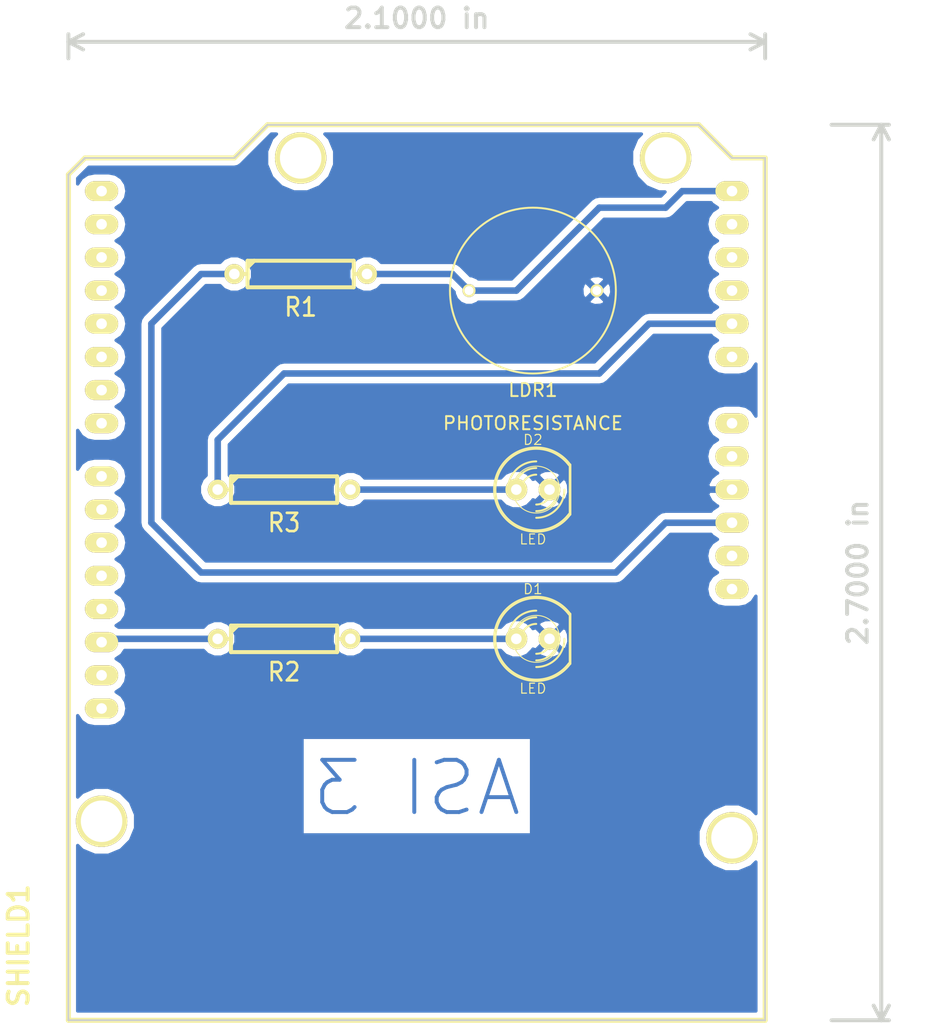
<source format=kicad_pcb>
(kicad_pcb (version 3) (host pcbnew "(2013-04-19 BZR 4011)-stable")

  (general
    (links 10)
    (no_connects 0)
    (area 128.3716 88.590001 203.579999 168.469733)
    (thickness 1.6)
    (drawings 12)
    (tracks 23)
    (zones 0)
    (modules 7)
    (nets 8)
  )

  (page A3)
  (layers
    (15 Dessus.Cu signal)
    (0 Dessous.Cu signal)
    (16 Dessous.Adhes user)
    (17 Dessus.Adhes user)
    (18 Dessous.Pate user)
    (19 Dessus.Pate user)
    (20 Dessous.SilkS user)
    (21 Dessus.SilkS user)
    (22 Dessous.Masque user)
    (23 Dessus.Masque user)
    (24 Dessin.User user)
    (25 Cmts.User user)
    (26 Eco1.User user)
    (27 Eco2.User user)
    (28 Contours.Ci user)
  )

  (setup
    (last_trace_width 0.5)
    (trace_clearance 0.254)
    (zone_clearance 0.508)
    (zone_45_only no)
    (trace_min 0.254)
    (segment_width 0.2)
    (edge_width 0.15)
    (via_size 0.889)
    (via_drill 0.635)
    (via_min_size 0.889)
    (via_min_drill 0.508)
    (uvia_size 0.508)
    (uvia_drill 0.127)
    (uvias_allowed no)
    (uvia_min_size 0.508)
    (uvia_min_drill 0.127)
    (pcb_text_width 0.3)
    (pcb_text_size 1.5 1.5)
    (mod_edge_width 0.15)
    (mod_text_size 1.5 1.5)
    (mod_text_width 0.15)
    (pad_size 1.524 1.524)
    (pad_drill 0.762)
    (pad_to_mask_clearance 0.2)
    (aux_axis_origin 0 0)
    (visible_elements 7FFFFFFF)
    (pcbplotparams
      (layerselection 3178497)
      (usegerberextensions true)
      (excludeedgelayer true)
      (linewidth 100000)
      (plotframeref false)
      (viasonmask false)
      (mode 1)
      (useauxorigin false)
      (hpglpennumber 1)
      (hpglpenspeed 20)
      (hpglpendiameter 15)
      (hpglpenoverlay 2)
      (psnegative false)
      (psa4output false)
      (plotreference true)
      (plotvalue true)
      (plotothertext true)
      (plotinvisibletext false)
      (padsonsilk false)
      (subtractmaskfromsilk false)
      (outputformat 1)
      (mirror false)
      (drillshape 1)
      (scaleselection 1)
      (outputdirectory ""))
  )

  (net 0 "")
  (net 1 N-000001)
  (net 2 N-000002)
  (net 3 N-000003)
  (net 4 N-000004)
  (net 5 N-000005)
  (net 6 N-000006)
  (net 7 N-000007)

  (net_class Default "Ceci est la Netclass par défaut"
    (clearance 0.254)
    (trace_width 0.5)
    (via_dia 0.889)
    (via_drill 0.635)
    (uvia_dia 0.508)
    (uvia_drill 0.127)
    (add_net "")
    (add_net N-000001)
    (add_net N-000002)
    (add_net N-000003)
    (add_net N-000004)
    (add_net N-000005)
    (add_net N-000006)
    (add_net N-000007)
  )

  (module R4 (layer Dessus.Cu) (tedit 52867DB9) (tstamp 526FC32B)
    (at 151.13 109.22)
    (descr "Resitance 4 pas")
    (tags R)
    (path /52470416)
    (autoplace_cost180 10)
    (fp_text reference R1 (at 0 2.54) (layer Dessus.SilkS)
      (effects (font (size 1.397 1.27) (thickness 0.2032)))
    )
    (fp_text value R (at 0 0) (layer Dessus.SilkS) hide
      (effects (font (size 1.397 1.27) (thickness 0.2032)))
    )
    (fp_line (start -5.08 0) (end -4.064 0) (layer Dessus.SilkS) (width 0.3048))
    (fp_line (start -4.064 0) (end -4.064 -1.016) (layer Dessus.SilkS) (width 0.3048))
    (fp_line (start -4.064 -1.016) (end 4.064 -1.016) (layer Dessus.SilkS) (width 0.3048))
    (fp_line (start 4.064 -1.016) (end 4.064 1.016) (layer Dessus.SilkS) (width 0.3048))
    (fp_line (start 4.064 1.016) (end -4.064 1.016) (layer Dessus.SilkS) (width 0.3048))
    (fp_line (start -4.064 1.016) (end -4.064 0) (layer Dessus.SilkS) (width 0.3048))
    (fp_line (start -4.064 -0.508) (end -3.556 -1.016) (layer Dessus.SilkS) (width 0.3048))
    (fp_line (start 5.08 0) (end 4.064 0) (layer Dessus.SilkS) (width 0.3048))
    (pad 1 thru_hole circle (at -5.08 0) (size 1.524 1.524) (drill 0.8128)
      (layers *.Cu *.Mask Dessus.SilkS)
      (net 2 N-000002)
    )
    (pad 2 thru_hole circle (at 5.08 0) (size 1.524 1.524) (drill 0.8128)
      (layers *.Cu *.Mask Dessus.SilkS)
      (net 7 N-000007)
    )
    (model discret/resistor.wrl
      (at (xyz 0 0 0))
      (scale (xyz 0.4 0.4 0.4))
      (rotate (xyz 0 0 0))
    )
  )

  (module R4 (layer Dessus.Cu) (tedit 52867DB1) (tstamp 526FC339)
    (at 149.86 137.16)
    (descr "Resitance 4 pas")
    (tags R)
    (path /5247042D)
    (autoplace_cost180 10)
    (fp_text reference R2 (at 0 2.54) (layer Dessus.SilkS)
      (effects (font (size 1.397 1.27) (thickness 0.2032)))
    )
    (fp_text value R (at 0 0) (layer Dessus.SilkS) hide
      (effects (font (size 1.397 1.27) (thickness 0.2032)))
    )
    (fp_line (start -5.08 0) (end -4.064 0) (layer Dessus.SilkS) (width 0.3048))
    (fp_line (start -4.064 0) (end -4.064 -1.016) (layer Dessus.SilkS) (width 0.3048))
    (fp_line (start -4.064 -1.016) (end 4.064 -1.016) (layer Dessus.SilkS) (width 0.3048))
    (fp_line (start 4.064 -1.016) (end 4.064 1.016) (layer Dessus.SilkS) (width 0.3048))
    (fp_line (start 4.064 1.016) (end -4.064 1.016) (layer Dessus.SilkS) (width 0.3048))
    (fp_line (start -4.064 1.016) (end -4.064 0) (layer Dessus.SilkS) (width 0.3048))
    (fp_line (start -4.064 -0.508) (end -3.556 -1.016) (layer Dessus.SilkS) (width 0.3048))
    (fp_line (start 5.08 0) (end 4.064 0) (layer Dessus.SilkS) (width 0.3048))
    (pad 1 thru_hole circle (at -5.08 0) (size 1.524 1.524) (drill 0.8128)
      (layers *.Cu *.Mask Dessus.SilkS)
      (net 3 N-000003)
    )
    (pad 2 thru_hole circle (at 5.08 0) (size 1.524 1.524) (drill 0.8128)
      (layers *.Cu *.Mask Dessus.SilkS)
      (net 6 N-000006)
    )
    (model discret/resistor.wrl
      (at (xyz 0 0 0))
      (scale (xyz 0.4 0.4 0.4))
      (rotate (xyz 0 0 0))
    )
  )

  (module R4 (layer Dessus.Cu) (tedit 52867DAA) (tstamp 526FC347)
    (at 149.86 125.73)
    (descr "Resitance 4 pas")
    (tags R)
    (path /526FBB3A)
    (autoplace_cost180 10)
    (fp_text reference R3 (at 0 2.54) (layer Dessus.SilkS)
      (effects (font (size 1.397 1.27) (thickness 0.2032)))
    )
    (fp_text value R (at 0 0) (layer Dessus.SilkS) hide
      (effects (font (size 1.397 1.27) (thickness 0.2032)))
    )
    (fp_line (start -5.08 0) (end -4.064 0) (layer Dessus.SilkS) (width 0.3048))
    (fp_line (start -4.064 0) (end -4.064 -1.016) (layer Dessus.SilkS) (width 0.3048))
    (fp_line (start -4.064 -1.016) (end 4.064 -1.016) (layer Dessus.SilkS) (width 0.3048))
    (fp_line (start 4.064 -1.016) (end 4.064 1.016) (layer Dessus.SilkS) (width 0.3048))
    (fp_line (start 4.064 1.016) (end -4.064 1.016) (layer Dessus.SilkS) (width 0.3048))
    (fp_line (start -4.064 1.016) (end -4.064 0) (layer Dessus.SilkS) (width 0.3048))
    (fp_line (start -4.064 -0.508) (end -3.556 -1.016) (layer Dessus.SilkS) (width 0.3048))
    (fp_line (start 5.08 0) (end 4.064 0) (layer Dessus.SilkS) (width 0.3048))
    (pad 1 thru_hole circle (at -5.08 0) (size 1.524 1.524) (drill 0.8128)
      (layers *.Cu *.Mask Dessus.SilkS)
      (net 5 N-000005)
    )
    (pad 2 thru_hole circle (at 5.08 0) (size 1.524 1.524) (drill 0.8128)
      (layers *.Cu *.Mask Dessus.SilkS)
      (net 4 N-000004)
    )
    (model discret/resistor.wrl
      (at (xyz 0 0 0))
      (scale (xyz 0.4 0.4 0.4))
      (rotate (xyz 0 0 0))
    )
  )

  (module Photoresistance (layer Dessus.Cu) (tedit 52471472) (tstamp 526FC34E)
    (at 168.91 114.3)
    (path /52470C96)
    (fp_text reference LDR1 (at 0 3.81) (layer Dessus.SilkS)
      (effects (font (size 1 1) (thickness 0.15)))
    )
    (fp_text value PHOTORESISTANCE (at 0 6.35) (layer Dessus.SilkS)
      (effects (font (size 1 1) (thickness 0.15)))
    )
    (fp_circle (center 0 -3.81) (end 5.08 0) (layer Dessus.SilkS) (width 0.15))
    (pad 1 thru_hole circle (at -4.89 -3.81) (size 1 1) (drill 0.69)
      (layers *.Cu *.Mask Dessus.SilkS)
      (net 7 N-000007)
    )
    (pad 2 thru_hole circle (at 4.89 -3.81) (size 1 1) (drill 0.69)
      (layers *.Cu *.Mask Dessus.SilkS)
      (net 1 N-000001)
    )
  )

  (module LED-5MM (layer Dessus.Cu) (tedit 50ADE86B) (tstamp 526FC35D)
    (at 168.91 137.16)
    (descr "LED 5mm - Lead pitch 100mil (2,54mm)")
    (tags "LED led 5mm 5MM 100mil 2,54mm")
    (path /52470438)
    (fp_text reference D1 (at 0 -3.81) (layer Dessus.SilkS)
      (effects (font (size 0.762 0.762) (thickness 0.0889)))
    )
    (fp_text value LED (at 0 3.81) (layer Dessus.SilkS)
      (effects (font (size 0.762 0.762) (thickness 0.0889)))
    )
    (fp_line (start 2.8448 1.905) (end 2.8448 -1.905) (layer Dessus.SilkS) (width 0.2032))
    (fp_circle (center 0.254 0) (end -1.016 1.27) (layer Dessus.SilkS) (width 0.0762))
    (fp_arc (start 0.254 0) (end 2.794 1.905) (angle 286.2) (layer Dessus.SilkS) (width 0.254))
    (fp_arc (start 0.254 0) (end -0.889 0) (angle 90) (layer Dessus.SilkS) (width 0.1524))
    (fp_arc (start 0.254 0) (end 1.397 0) (angle 90) (layer Dessus.SilkS) (width 0.1524))
    (fp_arc (start 0.254 0) (end -1.397 0) (angle 90) (layer Dessus.SilkS) (width 0.1524))
    (fp_arc (start 0.254 0) (end 1.905 0) (angle 90) (layer Dessus.SilkS) (width 0.1524))
    (fp_arc (start 0.254 0) (end -1.905 0) (angle 90) (layer Dessus.SilkS) (width 0.1524))
    (fp_arc (start 0.254 0) (end 2.413 0) (angle 90) (layer Dessus.SilkS) (width 0.1524))
    (pad 1 thru_hole circle (at -1.27 0) (size 1.6764 1.6764) (drill 0.8128)
      (layers *.Cu *.Mask Dessus.SilkS)
      (net 6 N-000006)
    )
    (pad 2 thru_hole circle (at 1.27 0) (size 1.6764 1.6764) (drill 0.8128)
      (layers *.Cu *.Mask Dessus.SilkS)
      (net 1 N-000001)
    )
    (model discret/leds/led5_vertical_verde.wrl
      (at (xyz 0 0 0))
      (scale (xyz 1 1 1))
      (rotate (xyz 0 0 0))
    )
  )

  (module LED-5MM (layer Dessus.Cu) (tedit 50ADE86B) (tstamp 526FC36C)
    (at 168.91 125.73)
    (descr "LED 5mm - Lead pitch 100mil (2,54mm)")
    (tags "LED led 5mm 5MM 100mil 2,54mm")
    (path /526FBB51)
    (fp_text reference D2 (at 0 -3.81) (layer Dessus.SilkS)
      (effects (font (size 0.762 0.762) (thickness 0.0889)))
    )
    (fp_text value LED (at 0 3.81) (layer Dessus.SilkS)
      (effects (font (size 0.762 0.762) (thickness 0.0889)))
    )
    (fp_line (start 2.8448 1.905) (end 2.8448 -1.905) (layer Dessus.SilkS) (width 0.2032))
    (fp_circle (center 0.254 0) (end -1.016 1.27) (layer Dessus.SilkS) (width 0.0762))
    (fp_arc (start 0.254 0) (end 2.794 1.905) (angle 286.2) (layer Dessus.SilkS) (width 0.254))
    (fp_arc (start 0.254 0) (end -0.889 0) (angle 90) (layer Dessus.SilkS) (width 0.1524))
    (fp_arc (start 0.254 0) (end 1.397 0) (angle 90) (layer Dessus.SilkS) (width 0.1524))
    (fp_arc (start 0.254 0) (end -1.397 0) (angle 90) (layer Dessus.SilkS) (width 0.1524))
    (fp_arc (start 0.254 0) (end 1.905 0) (angle 90) (layer Dessus.SilkS) (width 0.1524))
    (fp_arc (start 0.254 0) (end -1.905 0) (angle 90) (layer Dessus.SilkS) (width 0.1524))
    (fp_arc (start 0.254 0) (end 2.413 0) (angle 90) (layer Dessus.SilkS) (width 0.1524))
    (pad 1 thru_hole circle (at -1.27 0) (size 1.6764 1.6764) (drill 0.8128)
      (layers *.Cu *.Mask Dessus.SilkS)
      (net 4 N-000004)
    )
    (pad 2 thru_hole circle (at 1.27 0) (size 1.6764 1.6764) (drill 0.8128)
      (layers *.Cu *.Mask Dessus.SilkS)
      (net 1 N-000001)
    )
    (model discret/leds/led5_vertical_verde.wrl
      (at (xyz 0 0 0))
      (scale (xyz 1 1 1))
      (rotate (xyz 0 0 0))
    )
  )

  (module ARDUINO_SHIELD (layer Dessus.Cu) (tedit 4D154D8E) (tstamp 526FC399)
    (at 186.69 166.37 90)
    (path /5247036F)
    (fp_text reference SHIELD1 (at 5.715 -57.15 90) (layer Dessus.SilkS)
      (effects (font (size 1.524 1.524) (thickness 0.3048)))
    )
    (fp_text value ARDUINO_SHIELD (at 10.16 -54.61 90) (layer Dessus.SilkS) hide
      (effects (font (size 1.524 1.524) (thickness 0.3048)))
    )
    (fp_line (start 66.04 -40.64) (end 66.04 -52.07) (layer Dessus.SilkS) (width 0.381))
    (fp_line (start 66.04 -52.07) (end 64.77 -53.34) (layer Dessus.SilkS) (width 0.381))
    (fp_line (start 64.77 -53.34) (end 0 -53.34) (layer Dessus.SilkS) (width 0.381))
    (fp_line (start 66.04 0) (end 0 0) (layer Dessus.SilkS) (width 0.381))
    (fp_line (start 0 0) (end 0 -53.34) (layer Dessus.SilkS) (width 0.381))
    (fp_line (start 66.04 -40.64) (end 68.58 -38.1) (layer Dessus.SilkS) (width 0.381))
    (fp_line (start 68.58 -38.1) (end 68.58 -5.08) (layer Dessus.SilkS) (width 0.381))
    (fp_line (start 68.58 -5.08) (end 66.04 -2.54) (layer Dessus.SilkS) (width 0.381))
    (fp_line (start 66.04 -2.54) (end 66.04 0) (layer Dessus.SilkS) (width 0.381))
    (pad AD5 thru_hole oval (at 63.5 -2.54 180) (size 2.54 1.524) (drill 0.8128)
      (layers *.Cu *.Mask Dessus.SilkS)
      (net 7 N-000007)
    )
    (pad AD4 thru_hole oval (at 60.96 -2.54 180) (size 2.54 1.524) (drill 0.8128)
      (layers *.Cu *.Mask Dessus.SilkS)
    )
    (pad AD3 thru_hole oval (at 58.42 -2.54 180) (size 2.54 1.524) (drill 0.8128)
      (layers *.Cu *.Mask Dessus.SilkS)
    )
    (pad AD0 thru_hole oval (at 50.8 -2.54 180) (size 2.54 1.524) (drill 0.8128)
      (layers *.Cu *.Mask Dessus.SilkS)
    )
    (pad AD1 thru_hole oval (at 53.34 -2.54 180) (size 2.54 1.524) (drill 0.8128)
      (layers *.Cu *.Mask Dessus.SilkS)
      (net 5 N-000005)
    )
    (pad AD2 thru_hole oval (at 55.88 -2.54 180) (size 2.54 1.524) (drill 0.8128)
      (layers *.Cu *.Mask Dessus.SilkS)
    )
    (pad V_IN thru_hole oval (at 45.72 -2.54 180) (size 2.54 1.524) (drill 0.8128)
      (layers *.Cu *.Mask Dessus.SilkS)
    )
    (pad GND2 thru_hole oval (at 43.18 -2.54 180) (size 2.54 1.524) (drill 0.8128)
      (layers *.Cu *.Mask Dessus.SilkS)
    )
    (pad GND1 thru_hole oval (at 40.64 -2.54 180) (size 2.54 1.524) (drill 0.8128)
      (layers *.Cu *.Mask Dessus.SilkS)
      (net 1 N-000001)
    )
    (pad 3V3 thru_hole oval (at 35.56 -2.54 180) (size 2.54 1.524) (drill 0.8128)
      (layers *.Cu *.Mask Dessus.SilkS)
    )
    (pad RST thru_hole oval (at 33.02 -2.54 180) (size 2.54 1.524) (drill 0.8128)
      (layers *.Cu *.Mask Dessus.SilkS)
    )
    (pad 0 thru_hole oval (at 63.5 -50.8 180) (size 2.54 1.524) (drill 0.8128)
      (layers *.Cu *.Mask Dessus.SilkS)
    )
    (pad 1 thru_hole oval (at 60.96 -50.8 180) (size 2.54 1.524) (drill 0.8128)
      (layers *.Cu *.Mask Dessus.SilkS)
    )
    (pad 2 thru_hole oval (at 58.42 -50.8 180) (size 2.54 1.524) (drill 0.8128)
      (layers *.Cu *.Mask Dessus.SilkS)
    )
    (pad 3 thru_hole oval (at 55.88 -50.8 180) (size 2.54 1.524) (drill 0.8128)
      (layers *.Cu *.Mask Dessus.SilkS)
    )
    (pad 4 thru_hole oval (at 53.34 -50.8 180) (size 2.54 1.524) (drill 0.8128)
      (layers *.Cu *.Mask Dessus.SilkS)
    )
    (pad 5 thru_hole oval (at 50.8 -50.8 180) (size 2.54 1.524) (drill 0.8128)
      (layers *.Cu *.Mask Dessus.SilkS)
    )
    (pad 6 thru_hole oval (at 48.26 -50.8 180) (size 2.54 1.524) (drill 0.8128)
      (layers *.Cu *.Mask Dessus.SilkS)
    )
    (pad 7 thru_hole oval (at 45.72 -50.8 180) (size 2.54 1.524) (drill 0.8128)
      (layers *.Cu *.Mask Dessus.SilkS)
    )
    (pad 8 thru_hole oval (at 41.656 -50.8 180) (size 2.54 1.524) (drill 0.8128)
      (layers *.Cu *.Mask Dessus.SilkS)
    )
    (pad 9 thru_hole oval (at 39.116 -50.8 180) (size 2.54 1.524) (drill 0.8128)
      (layers *.Cu *.Mask Dessus.SilkS)
    )
    (pad 10 thru_hole oval (at 36.576 -50.8 180) (size 2.54 1.524) (drill 0.8128)
      (layers *.Cu *.Mask Dessus.SilkS)
    )
    (pad 11 thru_hole oval (at 34.036 -50.8 180) (size 2.54 1.524) (drill 0.8128)
      (layers *.Cu *.Mask Dessus.SilkS)
    )
    (pad 12 thru_hole oval (at 31.496 -50.8 180) (size 2.54 1.524) (drill 0.8128)
      (layers *.Cu *.Mask Dessus.SilkS)
    )
    (pad 13 thru_hole oval (at 28.956 -50.8 180) (size 2.54 1.524) (drill 0.8128)
      (layers *.Cu *.Mask Dessus.SilkS)
      (net 3 N-000003)
    )
    (pad GND3 thru_hole oval (at 26.416 -50.8 180) (size 2.54 1.524) (drill 0.8128)
      (layers *.Cu *.Mask Dessus.SilkS)
    )
    (pad AREF thru_hole oval (at 23.876 -50.8 180) (size 2.54 1.524) (drill 0.8128)
      (layers *.Cu *.Mask Dessus.SilkS)
    )
    (pad 5V thru_hole oval (at 38.1 -2.54 180) (size 2.54 1.524) (drill 0.8128)
      (layers *.Cu *.Mask Dessus.SilkS)
      (net 2 N-000002)
    )
    (pad "" thru_hole circle (at 66.04 -7.62 180) (size 3.937 3.937) (drill 3.175)
      (layers *.Cu *.Mask Dessus.SilkS)
    )
    (pad "" thru_hole circle (at 66.04 -35.56 180) (size 3.937 3.937) (drill 3.175)
      (layers *.Cu *.Mask Dessus.SilkS)
    )
    (pad "" thru_hole circle (at 15.24 -50.8 180) (size 3.937 3.937) (drill 3.175)
      (layers *.Cu *.Mask Dessus.SilkS)
    )
    (pad "" thru_hole circle (at 13.97 -2.54 180) (size 3.937 3.937) (drill 3.175)
      (layers *.Cu *.Mask Dessus.SilkS)
    )
  )

  (gr_text "ASI 3" (at 160.02 148.59) (layer Dessous.Cu)
    (effects (font (size 4 4) (thickness 0.3)) (justify mirror))
  )
  (dimension 68.58 (width 0.3) (layer Contours.Ci)
    (gr_text "68,580 mm" (at 196.929999 132.08 270) (layer Contours.Ci)
      (effects (font (size 1.5 1.5) (thickness 0.3)))
    )
    (feature1 (pts (xy 191.77 166.37) (xy 198.279999 166.37)))
    (feature2 (pts (xy 191.77 97.79) (xy 198.279999 97.79)))
    (crossbar (pts (xy 195.579999 97.79) (xy 195.579999 166.37)))
    (arrow1a (pts (xy 195.579999 166.37) (xy 194.993579 165.243497)))
    (arrow1b (pts (xy 195.579999 166.37) (xy 196.166419 165.243497)))
    (arrow2a (pts (xy 195.579999 97.79) (xy 194.993579 98.916503)))
    (arrow2b (pts (xy 195.579999 97.79) (xy 196.166419 98.916503)))
  )
  (dimension 53.34 (width 0.3) (layer Contours.Ci)
    (gr_text "53,340 mm" (at 160.02 90.090001) (layer Contours.Ci)
      (effects (font (size 1.5 1.5) (thickness 0.3)))
    )
    (feature1 (pts (xy 186.69 92.71) (xy 186.69 88.740001)))
    (feature2 (pts (xy 133.35 92.71) (xy 133.35 88.740001)))
    (crossbar (pts (xy 133.35 91.440001) (xy 186.69 91.440001)))
    (arrow1a (pts (xy 186.69 91.440001) (xy 185.563497 92.026421)))
    (arrow1b (pts (xy 186.69 91.440001) (xy 185.563497 90.853581)))
    (arrow2a (pts (xy 133.35 91.440001) (xy 134.476503 92.026421)))
    (arrow2b (pts (xy 133.35 91.440001) (xy 134.476503 90.853581)))
  )
  (gr_line (start 133.35 101.6) (end 134.62 100.33) (angle 90) (layer Contours.Ci) (width 0.15))
  (gr_line (start 133.35 166.37) (end 133.35 101.6) (angle 90) (layer Contours.Ci) (width 0.15))
  (gr_line (start 186.69 166.37) (end 133.35 166.37) (angle 90) (layer Contours.Ci) (width 0.15))
  (gr_line (start 186.69 100.33) (end 186.69 166.37) (angle 90) (layer Contours.Ci) (width 0.15))
  (gr_line (start 184.15 100.33) (end 186.69 100.33) (angle 90) (layer Contours.Ci) (width 0.15))
  (gr_line (start 181.61 97.79) (end 184.15 100.33) (angle 90) (layer Contours.Ci) (width 0.15))
  (gr_line (start 148.59 97.79) (end 181.61 97.79) (angle 90) (layer Contours.Ci) (width 0.15))
  (gr_line (start 146.05 100.33) (end 148.59 97.79) (angle 90) (layer Contours.Ci) (width 0.15))
  (gr_line (start 134.62 100.33) (end 146.05 100.33) (angle 90) (layer Contours.Ci) (width 0.15))

  (segment (start 146.05 109.22) (end 143.51 109.22) (width 0.5) (layer Dessous.Cu) (net 2))
  (segment (start 143.51 109.22) (end 139.7 113.03) (width 0.5) (layer Dessous.Cu) (net 2) (tstamp 52867CB1))
  (segment (start 139.7 113.03) (end 139.7 128.27) (width 0.5) (layer Dessous.Cu) (net 2) (tstamp 52867CB7))
  (segment (start 139.7 128.27) (end 143.51 132.08) (width 0.5) (layer Dessous.Cu) (net 2) (tstamp 52867CB9))
  (segment (start 143.51 132.08) (end 175.26 132.08) (width 0.5) (layer Dessous.Cu) (net 2) (tstamp 52867CBC))
  (segment (start 175.26 132.08) (end 179.07 128.27) (width 0.5) (layer Dessous.Cu) (net 2) (tstamp 52867CBE))
  (segment (start 179.07 128.27) (end 184.15 128.27) (width 0.5) (layer Dessous.Cu) (net 2) (tstamp 52867CC0))
  (segment (start 144.78 137.16) (end 136.144 137.16) (width 0.5) (layer Dessous.Cu) (net 3))
  (segment (start 136.144 137.16) (end 135.89 137.414) (width 0.5) (layer Dessous.Cu) (net 3) (tstamp 526FC424))
  (segment (start 154.94 125.73) (end 167.64 125.73) (width 0.5) (layer Dessous.Cu) (net 4))
  (segment (start 144.78 125.73) (end 144.78 121.92) (width 0.5) (layer Dessous.Cu) (net 5))
  (segment (start 144.78 121.92) (end 149.86 116.84) (width 0.5) (layer Dessous.Cu) (net 5) (tstamp 52867CC4))
  (segment (start 149.86 116.84) (end 173.99 116.84) (width 0.5) (layer Dessous.Cu) (net 5) (tstamp 52867CC6))
  (segment (start 173.99 116.84) (end 177.8 113.03) (width 0.5) (layer Dessous.Cu) (net 5) (tstamp 52867CC8))
  (segment (start 177.8 113.03) (end 184.15 113.03) (width 0.5) (layer Dessous.Cu) (net 5) (tstamp 52867CCA))
  (segment (start 154.94 137.16) (end 167.64 137.16) (width 0.5) (layer Dessous.Cu) (net 6))
  (segment (start 164.02 110.49) (end 167.64 110.49) (width 0.5) (layer Dessous.Cu) (net 7))
  (segment (start 167.64 110.49) (end 173.99 104.14) (width 0.5) (layer Dessous.Cu) (net 7) (tstamp 526FC40B))
  (segment (start 173.99 104.14) (end 179.07 104.14) (width 0.5) (layer Dessous.Cu) (net 7) (tstamp 526FC40D))
  (segment (start 179.07 104.14) (end 180.34 102.87) (width 0.5) (layer Dessous.Cu) (net 7) (tstamp 526FC40F))
  (segment (start 180.34 102.87) (end 184.15 102.87) (width 0.5) (layer Dessous.Cu) (net 7) (tstamp 526FC410))
  (segment (start 156.21 109.22) (end 162.75 109.22) (width 0.5) (layer Dessous.Cu) (net 7))
  (segment (start 162.75 109.22) (end 164.02 110.49) (width 0.5) (layer Dessous.Cu) (net 7) (tstamp 526FC403))

  (zone (net 1) (net_name N-000001) (layer Dessous.Cu) (tstamp 52867D5A) (hatch edge 0.508)
    (connect_pads (clearance 0.508))
    (min_thickness 0.254)
    (fill (arc_segments 16) (thermal_gap 0.508) (thermal_bridge_width 0.508))
    (polygon
      (pts
        (xy 134.62 100.33) (xy 146.05 100.33) (xy 148.59 97.79) (xy 181.61 97.79) (xy 184.15 100.33)
        (xy 186.69 100.33) (xy 186.69 166.37) (xy 133.35 166.37) (xy 133.35 101.6) (xy 134.62 100.33)
      )
    )
    (filled_polygon
      (pts
        (xy 185.98 165.66) (xy 171.664976 165.66) (xy 171.664976 137.385903) (xy 171.638388 136.800432) (xy 171.46549 136.383018)
        (xy 171.215412 136.304193) (xy 171.035807 136.483798) (xy 171.035807 136.124588) (xy 170.956982 135.87451) (xy 170.405903 135.675024)
        (xy 169.820432 135.701612) (xy 169.403018 135.87451) (xy 169.324193 136.124588) (xy 170.18 136.980395) (xy 171.035807 136.124588)
        (xy 171.035807 136.483798) (xy 170.359605 137.16) (xy 171.215412 138.015807) (xy 171.46549 137.936982) (xy 171.664976 137.385903)
        (xy 171.664976 165.66) (xy 171.035807 165.66) (xy 171.035807 138.195412) (xy 170.18 137.339605) (xy 170.000395 137.51921)
        (xy 170.000395 137.16) (xy 169.144588 136.304193) (xy 168.910835 136.377872) (xy 168.889646 136.32659) (xy 168.47559 135.911811)
        (xy 167.934323 135.687057) (xy 167.348248 135.686546) (xy 166.80659 135.910354) (xy 166.441307 136.275) (xy 156.030477 136.275)
        (xy 155.73237 135.976372) (xy 155.219099 135.763244) (xy 154.663339 135.762759) (xy 154.149697 135.974991) (xy 153.756372 136.36763)
        (xy 153.543244 136.880901) (xy 153.542759 137.436661) (xy 153.754991 137.950303) (xy 154.14763 138.343628) (xy 154.660901 138.556756)
        (xy 155.216661 138.557241) (xy 155.730303 138.345009) (xy 156.030836 138.045) (xy 166.441854 138.045) (xy 166.80441 138.408189)
        (xy 167.345677 138.632943) (xy 167.931752 138.633454) (xy 168.47341 138.409646) (xy 168.888189 137.99559) (xy 168.91044 137.942003)
        (xy 169.144588 138.015807) (xy 170.000395 137.16) (xy 170.000395 137.51921) (xy 169.324193 138.195412) (xy 169.403018 138.44549)
        (xy 169.954097 138.644976) (xy 170.539568 138.618388) (xy 170.956982 138.44549) (xy 171.035807 138.195412) (xy 171.035807 165.66)
        (xy 168.805 165.66) (xy 168.805 152.175) (xy 168.805 144.705) (xy 151.235 144.705) (xy 151.235 152.175)
        (xy 168.805 152.175) (xy 168.805 165.66) (xy 134.06 165.66) (xy 134.06 152.981923) (xy 134.413311 153.335852)
        (xy 135.36986 153.733047) (xy 136.405596 153.73395) (xy 137.362837 153.338426) (xy 138.095852 152.606689) (xy 138.493047 151.65014)
        (xy 138.49395 150.614404) (xy 138.098426 149.657163) (xy 137.366689 148.924148) (xy 136.41014 148.526953) (xy 135.374404 148.52605)
        (xy 134.417163 148.921574) (xy 134.06 149.278114) (xy 134.06 143.03756) (xy 134.356851 143.481828) (xy 134.81007 143.78466)
        (xy 135.344679 143.891) (xy 136.435321 143.891) (xy 136.96993 143.78466) (xy 137.423149 143.481828) (xy 137.725981 143.028609)
        (xy 137.832321 142.494) (xy 137.725981 141.959391) (xy 137.423149 141.506172) (xy 137.000849 141.224) (xy 137.423149 140.941828)
        (xy 137.725981 140.488609) (xy 137.832321 139.954) (xy 137.725981 139.419391) (xy 137.423149 138.966172) (xy 137.000849 138.684)
        (xy 137.423149 138.401828) (xy 137.661574 138.045) (xy 143.689522 138.045) (xy 143.98763 138.343628) (xy 144.500901 138.556756)
        (xy 145.056661 138.557241) (xy 145.570303 138.345009) (xy 145.963628 137.95237) (xy 146.176756 137.439099) (xy 146.177241 136.883339)
        (xy 145.965009 136.369697) (xy 145.57237 135.976372) (xy 145.059099 135.763244) (xy 144.503339 135.762759) (xy 143.989697 135.974991)
        (xy 143.689163 136.275) (xy 137.196904 136.275) (xy 137.000849 136.144) (xy 137.423149 135.861828) (xy 137.725981 135.408609)
        (xy 137.832321 134.874) (xy 137.725981 134.339391) (xy 137.423149 133.886172) (xy 137.000849 133.604) (xy 137.423149 133.321828)
        (xy 137.725981 132.868609) (xy 137.832321 132.334) (xy 137.725981 131.799391) (xy 137.423149 131.346172) (xy 137.000849 131.064)
        (xy 137.423149 130.781828) (xy 137.725981 130.328609) (xy 137.832321 129.794) (xy 137.725981 129.259391) (xy 137.423149 128.806172)
        (xy 137.000849 128.524) (xy 137.423149 128.241828) (xy 137.725981 127.788609) (xy 137.832321 127.254) (xy 137.725981 126.719391)
        (xy 137.423149 126.266172) (xy 137.000849 125.984) (xy 137.423149 125.701828) (xy 137.725981 125.248609) (xy 137.832321 124.714)
        (xy 137.725981 124.179391) (xy 137.423149 123.726172) (xy 136.96993 123.42334) (xy 136.435321 123.317) (xy 135.344679 123.317)
        (xy 134.81007 123.42334) (xy 134.356851 123.726172) (xy 134.06 124.170439) (xy 134.06 121.19356) (xy 134.356851 121.637828)
        (xy 134.81007 121.94066) (xy 135.344679 122.047) (xy 136.435321 122.047) (xy 136.96993 121.94066) (xy 137.423149 121.637828)
        (xy 137.725981 121.184609) (xy 137.832321 120.65) (xy 137.725981 120.115391) (xy 137.423149 119.662172) (xy 137.000849 119.38)
        (xy 137.423149 119.097828) (xy 137.725981 118.644609) (xy 137.832321 118.11) (xy 137.725981 117.575391) (xy 137.423149 117.122172)
        (xy 137.000849 116.84) (xy 137.423149 116.557828) (xy 137.725981 116.104609) (xy 137.832321 115.57) (xy 137.725981 115.035391)
        (xy 137.423149 114.582172) (xy 137.000849 114.3) (xy 137.423149 114.017828) (xy 137.725981 113.564609) (xy 137.832321 113.03)
        (xy 137.725981 112.495391) (xy 137.423149 112.042172) (xy 137.000849 111.76) (xy 137.423149 111.477828) (xy 137.725981 111.024609)
        (xy 137.832321 110.49) (xy 137.725981 109.955391) (xy 137.423149 109.502172) (xy 137.000849 109.22) (xy 137.423149 108.937828)
        (xy 137.725981 108.484609) (xy 137.832321 107.95) (xy 137.725981 107.415391) (xy 137.423149 106.962172) (xy 137.000849 106.68)
        (xy 137.423149 106.397828) (xy 137.725981 105.944609) (xy 137.832321 105.41) (xy 137.725981 104.875391) (xy 137.423149 104.422172)
        (xy 137.000849 104.14) (xy 137.423149 103.857828) (xy 137.725981 103.404609) (xy 137.832321 102.87) (xy 137.725981 102.335391)
        (xy 137.423149 101.882172) (xy 136.96993 101.57934) (xy 136.435321 101.473) (xy 135.344679 101.473) (xy 134.81007 101.57934)
        (xy 134.356851 101.882172) (xy 134.06 102.326439) (xy 134.06 101.894092) (xy 134.914092 101.04) (xy 146.05 101.04)
        (xy 146.321705 100.985954) (xy 146.552046 100.832046) (xy 148.884091 98.5) (xy 149.278076 98.5) (xy 148.924148 98.853311)
        (xy 148.526953 99.80986) (xy 148.52605 100.845596) (xy 148.921574 101.802837) (xy 149.653311 102.535852) (xy 150.60986 102.933047)
        (xy 151.645596 102.93395) (xy 152.602837 102.538426) (xy 153.335852 101.806689) (xy 153.733047 100.85014) (xy 153.73395 99.814404)
        (xy 153.338426 98.857163) (xy 152.981885 98.5) (xy 177.218076 98.5) (xy 176.864148 98.853311) (xy 176.466953 99.80986)
        (xy 176.46605 100.845596) (xy 176.861574 101.802837) (xy 177.593311 102.535852) (xy 178.54986 102.933047) (xy 179.024959 102.933461)
        (xy 178.70342 103.255) (xy 173.990005 103.255) (xy 173.99 103.254999) (xy 173.651325 103.322367) (xy 173.36421 103.51421)
        (xy 173.364207 103.514213) (xy 167.27342 109.605) (xy 164.740275 109.605) (xy 164.663765 109.528356) (xy 164.246756 109.355198)
        (xy 164.136681 109.355101) (xy 163.37579 108.59421) (xy 163.088675 108.402367) (xy 163.032484 108.391189) (xy 162.75 108.334999)
        (xy 162.749994 108.335) (xy 157.300477 108.335) (xy 157.00237 108.036372) (xy 156.489099 107.823244) (xy 155.933339 107.822759)
        (xy 155.419697 108.034991) (xy 155.026372 108.42763) (xy 154.813244 108.940901) (xy 154.812759 109.496661) (xy 155.024991 110.010303)
        (xy 155.41763 110.403628) (xy 155.930901 110.616756) (xy 156.486661 110.617241) (xy 157.000303 110.405009) (xy 157.300836 110.105)
        (xy 162.38342 110.105) (xy 162.884898 110.606477) (xy 162.884804 110.714775) (xy 163.057234 111.132085) (xy 163.376235 111.451644)
        (xy 163.793244 111.624802) (xy 164.244775 111.625196) (xy 164.662085 111.452766) (xy 164.739987 111.375) (xy 167.639994 111.375)
        (xy 167.64 111.375001) (xy 167.64 111.375) (xy 167.922484 111.31881) (xy 167.978674 111.307633) (xy 167.978675 111.307633)
        (xy 168.26579 111.11579) (xy 174.356579 105.025) (xy 179.069994 105.025) (xy 179.07 105.025001) (xy 179.07 105.025)
        (xy 179.352484 104.96881) (xy 179.408674 104.957633) (xy 179.408675 104.957633) (xy 179.69579 104.76579) (xy 180.706579 103.755)
        (xy 182.548143 103.755) (xy 182.616851 103.857828) (xy 183.03915 104.14) (xy 182.616851 104.422172) (xy 182.314019 104.875391)
        (xy 182.207679 105.41) (xy 182.314019 105.944609) (xy 182.616851 106.397828) (xy 183.03915 106.68) (xy 182.616851 106.962172)
        (xy 182.314019 107.415391) (xy 182.207679 107.95) (xy 182.314019 108.484609) (xy 182.616851 108.937828) (xy 183.03915 109.22)
        (xy 182.616851 109.502172) (xy 182.314019 109.955391) (xy 182.207679 110.49) (xy 182.314019 111.024609) (xy 182.616851 111.477828)
        (xy 183.03915 111.76) (xy 182.616851 112.042172) (xy 182.548143 112.145) (xy 177.8 112.145) (xy 177.461325 112.212367)
        (xy 177.17421 112.40421) (xy 177.174207 112.404213) (xy 174.948111 114.630309) (xy 174.948111 110.635029) (xy 174.916216 110.184626)
        (xy 174.805216 109.916648) (xy 174.590103 109.879502) (xy 174.410498 110.059107) (xy 174.410498 109.699897) (xy 174.373352 109.484784)
        (xy 173.945029 109.341889) (xy 173.494626 109.373784) (xy 173.226648 109.484784) (xy 173.189502 109.699897) (xy 173.8 110.310395)
        (xy 174.410498 109.699897) (xy 174.410498 110.059107) (xy 173.979605 110.49) (xy 174.590103 111.100498) (xy 174.805216 111.063352)
        (xy 174.948111 110.635029) (xy 174.948111 114.630309) (xy 174.410498 115.167922) (xy 174.410498 111.280103) (xy 173.8 110.669605)
        (xy 173.620395 110.84921) (xy 173.620395 110.49) (xy 173.009897 109.879502) (xy 172.794784 109.916648) (xy 172.651889 110.344971)
        (xy 172.683784 110.795374) (xy 172.794784 111.063352) (xy 173.009897 111.100498) (xy 173.620395 110.49) (xy 173.620395 110.84921)
        (xy 173.189502 111.280103) (xy 173.226648 111.495216) (xy 173.654971 111.638111) (xy 174.105374 111.606216) (xy 174.373352 111.495216)
        (xy 174.410498 111.280103) (xy 174.410498 115.167922) (xy 173.62342 115.955) (xy 149.86 115.955) (xy 149.859999 115.955)
        (xy 149.521325 116.022367) (xy 149.23421 116.21421) (xy 149.234207 116.214213) (xy 144.15421 121.29421) (xy 143.962367 121.581325)
        (xy 143.951189 121.637515) (xy 143.894999 121.92) (xy 143.895 121.920005) (xy 143.895 124.639522) (xy 143.596372 124.93763)
        (xy 143.383244 125.450901) (xy 143.382759 126.006661) (xy 143.594991 126.520303) (xy 143.98763 126.913628) (xy 144.500901 127.126756)
        (xy 145.056661 127.127241) (xy 145.570303 126.915009) (xy 145.963628 126.52237) (xy 146.176756 126.009099) (xy 146.177241 125.453339)
        (xy 145.965009 124.939697) (xy 145.665 124.639163) (xy 145.665 122.286579) (xy 150.226579 117.725) (xy 173.989994 117.725)
        (xy 173.99 117.725001) (xy 173.99 117.725) (xy 174.272484 117.66881) (xy 174.328674 117.657633) (xy 174.328675 117.657633)
        (xy 174.61579 117.46579) (xy 178.166579 113.915) (xy 182.548143 113.915) (xy 182.616851 114.017828) (xy 183.03915 114.3)
        (xy 182.616851 114.582172) (xy 182.314019 115.035391) (xy 182.207679 115.57) (xy 182.314019 116.104609) (xy 182.616851 116.557828)
        (xy 183.07007 116.86066) (xy 183.604679 116.967) (xy 184.695321 116.967) (xy 185.22993 116.86066) (xy 185.683149 116.557828)
        (xy 185.98 116.11356) (xy 185.98 120.106439) (xy 185.683149 119.662172) (xy 185.22993 119.35934) (xy 184.695321 119.253)
        (xy 183.604679 119.253) (xy 183.07007 119.35934) (xy 182.616851 119.662172) (xy 182.314019 120.115391) (xy 182.207679 120.65)
        (xy 182.314019 121.184609) (xy 182.616851 121.637828) (xy 183.03915 121.92) (xy 182.616851 122.202172) (xy 182.314019 122.655391)
        (xy 182.207679 123.19) (xy 182.314019 123.724609) (xy 182.616851 124.177828) (xy 183.053113 124.469329) (xy 182.990059 124.487941)
        (xy 182.56437 124.831974) (xy 182.30274 125.312723) (xy 182.28778 125.38693) (xy 182.410281 125.603) (xy 184.023 125.603)
        (xy 184.023 125.583) (xy 184.277 125.583) (xy 184.277 125.603) (xy 184.297 125.603) (xy 184.297 125.857)
        (xy 184.277 125.857) (xy 184.277 125.877) (xy 184.023 125.877) (xy 184.023 125.857) (xy 182.410281 125.857)
        (xy 182.28778 126.07307) (xy 182.30274 126.147277) (xy 182.56437 126.628026) (xy 182.990059 126.972059) (xy 183.053113 126.99067)
        (xy 182.616851 127.282172) (xy 182.548143 127.385) (xy 179.07 127.385) (xy 178.731325 127.452367) (xy 178.44421 127.64421)
        (xy 178.444207 127.644213) (xy 174.89342 131.195) (xy 171.664976 131.195) (xy 171.664976 125.955903) (xy 171.638388 125.370432)
        (xy 171.46549 124.953018) (xy 171.215412 124.874193) (xy 171.035807 125.053798) (xy 171.035807 124.694588) (xy 170.956982 124.44451)
        (xy 170.405903 124.245024) (xy 169.820432 124.271612) (xy 169.403018 124.44451) (xy 169.324193 124.694588) (xy 170.18 125.550395)
        (xy 171.035807 124.694588) (xy 171.035807 125.053798) (xy 170.359605 125.73) (xy 171.215412 126.585807) (xy 171.46549 126.506982)
        (xy 171.664976 125.955903) (xy 171.664976 131.195) (xy 171.035807 131.195) (xy 171.035807 126.765412) (xy 170.18 125.909605)
        (xy 170.000395 126.08921) (xy 170.000395 125.73) (xy 169.144588 124.874193) (xy 168.910835 124.947872) (xy 168.889646 124.89659)
        (xy 168.47559 124.481811) (xy 167.934323 124.257057) (xy 167.348248 124.256546) (xy 166.80659 124.480354) (xy 166.441307 124.845)
        (xy 156.030477 124.845) (xy 155.73237 124.546372) (xy 155.219099 124.333244) (xy 154.663339 124.332759) (xy 154.149697 124.544991)
        (xy 153.756372 124.93763) (xy 153.543244 125.450901) (xy 153.542759 126.006661) (xy 153.754991 126.520303) (xy 154.14763 126.913628)
        (xy 154.660901 127.126756) (xy 155.216661 127.127241) (xy 155.730303 126.915009) (xy 156.030836 126.615) (xy 166.441854 126.615)
        (xy 166.80441 126.978189) (xy 167.345677 127.202943) (xy 167.931752 127.203454) (xy 168.47341 126.979646) (xy 168.888189 126.56559)
        (xy 168.91044 126.512003) (xy 169.144588 126.585807) (xy 170.000395 125.73) (xy 170.000395 126.08921) (xy 169.324193 126.765412)
        (xy 169.403018 127.01549) (xy 169.954097 127.214976) (xy 170.539568 127.188388) (xy 170.956982 127.01549) (xy 171.035807 126.765412)
        (xy 171.035807 131.195) (xy 143.876579 131.195) (xy 140.585 127.90342) (xy 140.585 113.396579) (xy 143.876579 110.105)
        (xy 144.959522 110.105) (xy 145.25763 110.403628) (xy 145.770901 110.616756) (xy 146.326661 110.617241) (xy 146.840303 110.405009)
        (xy 147.233628 110.01237) (xy 147.446756 109.499099) (xy 147.447241 108.943339) (xy 147.235009 108.429697) (xy 146.84237 108.036372)
        (xy 146.329099 107.823244) (xy 145.773339 107.822759) (xy 145.259697 108.034991) (xy 144.959163 108.335) (xy 143.51 108.335)
        (xy 143.171325 108.402367) (xy 142.88421 108.59421) (xy 142.884207 108.594213) (xy 139.07421 112.40421) (xy 138.882367 112.691325)
        (xy 138.871189 112.747515) (xy 138.814999 113.03) (xy 138.815 113.030005) (xy 138.815 128.269994) (xy 138.814999 128.27)
        (xy 138.871189 128.552484) (xy 138.882367 128.608675) (xy 139.07421 128.89579) (xy 142.884207 132.705786) (xy 142.88421 132.70579)
        (xy 143.171325 132.897633) (xy 143.51 132.965) (xy 175.259994 132.965) (xy 175.26 132.965001) (xy 175.26 132.965)
        (xy 175.542484 132.90881) (xy 175.598674 132.897633) (xy 175.598675 132.897633) (xy 175.88579 132.70579) (xy 179.436579 129.155)
        (xy 182.548143 129.155) (xy 182.616851 129.257828) (xy 183.03915 129.54) (xy 182.616851 129.822172) (xy 182.314019 130.275391)
        (xy 182.207679 130.81) (xy 182.314019 131.344609) (xy 182.616851 131.797828) (xy 183.03915 132.08) (xy 182.616851 132.362172)
        (xy 182.314019 132.815391) (xy 182.207679 133.35) (xy 182.314019 133.884609) (xy 182.616851 134.337828) (xy 183.07007 134.64066)
        (xy 183.604679 134.747) (xy 184.695321 134.747) (xy 185.22993 134.64066) (xy 185.683149 134.337828) (xy 185.98 133.89356)
        (xy 185.98 150.548076) (xy 185.626689 150.194148) (xy 184.67014 149.796953) (xy 183.634404 149.79605) (xy 182.677163 150.191574)
        (xy 181.944148 150.923311) (xy 181.546953 151.87986) (xy 181.54605 152.915596) (xy 181.941574 153.872837) (xy 182.673311 154.605852)
        (xy 183.62986 155.003047) (xy 184.665596 155.00395) (xy 185.622837 154.608426) (xy 185.98 154.251885) (xy 185.98 165.66)
      )
    )
  )
)

</source>
